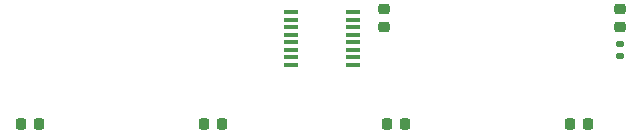
<source format=gbr>
%TF.GenerationSoftware,KiCad,Pcbnew,(6.0.0)*%
%TF.CreationDate,2022-02-23T07:46:13+01:00*%
%TF.ProjectId,4_Touch_Sensor_Board,345f546f-7563-4685-9f53-656e736f725f,rev?*%
%TF.SameCoordinates,Original*%
%TF.FileFunction,Paste,Top*%
%TF.FilePolarity,Positive*%
%FSLAX46Y46*%
G04 Gerber Fmt 4.6, Leading zero omitted, Abs format (unit mm)*
G04 Created by KiCad (PCBNEW (6.0.0)) date 2022-02-23 07:46:13*
%MOMM*%
%LPD*%
G01*
G04 APERTURE LIST*
G04 Aperture macros list*
%AMRoundRect*
0 Rectangle with rounded corners*
0 $1 Rounding radius*
0 $2 $3 $4 $5 $6 $7 $8 $9 X,Y pos of 4 corners*
0 Add a 4 corners polygon primitive as box body*
4,1,4,$2,$3,$4,$5,$6,$7,$8,$9,$2,$3,0*
0 Add four circle primitives for the rounded corners*
1,1,$1+$1,$2,$3*
1,1,$1+$1,$4,$5*
1,1,$1+$1,$6,$7*
1,1,$1+$1,$8,$9*
0 Add four rect primitives between the rounded corners*
20,1,$1+$1,$2,$3,$4,$5,0*
20,1,$1+$1,$4,$5,$6,$7,0*
20,1,$1+$1,$6,$7,$8,$9,0*
20,1,$1+$1,$8,$9,$2,$3,0*%
G04 Aperture macros list end*
%ADD10RoundRect,0.225000X-0.225000X-0.250000X0.225000X-0.250000X0.225000X0.250000X-0.225000X0.250000X0*%
%ADD11RoundRect,0.135000X0.185000X-0.135000X0.185000X0.135000X-0.185000X0.135000X-0.185000X-0.135000X0*%
%ADD12R,1.200000X0.400000*%
%ADD13RoundRect,0.225000X-0.250000X0.225000X-0.250000X-0.225000X0.250000X-0.225000X0.250000X0.225000X0*%
%ADD14RoundRect,0.218750X0.256250X-0.218750X0.256250X0.218750X-0.256250X0.218750X-0.256250X-0.218750X0*%
G04 APERTURE END LIST*
D10*
%TO.C,C2*%
X102225000Y-64000000D03*
X103775000Y-64000000D03*
%TD*%
D11*
%TO.C,R1*%
X137500000Y-58260000D03*
X137500000Y-57240000D03*
%TD*%
D10*
%TO.C,C4*%
X133225000Y-64000000D03*
X134775000Y-64000000D03*
%TD*%
%TO.C,C1*%
X86725000Y-64000000D03*
X88275000Y-64000000D03*
%TD*%
D12*
%TO.C,U1*%
X114850000Y-58972500D03*
X114850000Y-58337500D03*
X114850000Y-57702500D03*
X114850000Y-57067500D03*
X114850000Y-56432500D03*
X114850000Y-55797500D03*
X114850000Y-55162500D03*
X114850000Y-54527500D03*
X109650000Y-54527500D03*
X109650000Y-55162500D03*
X109650000Y-55797500D03*
X109650000Y-56432500D03*
X109650000Y-57067500D03*
X109650000Y-57702500D03*
X109650000Y-58337500D03*
X109650000Y-58972500D03*
%TD*%
D13*
%TO.C,C5*%
X117500000Y-54225000D03*
X117500000Y-55775000D03*
%TD*%
D10*
%TO.C,C3*%
X117725000Y-64000000D03*
X119275000Y-64000000D03*
%TD*%
D14*
%TO.C,D1*%
X137500000Y-55787500D03*
X137500000Y-54212500D03*
%TD*%
M02*

</source>
